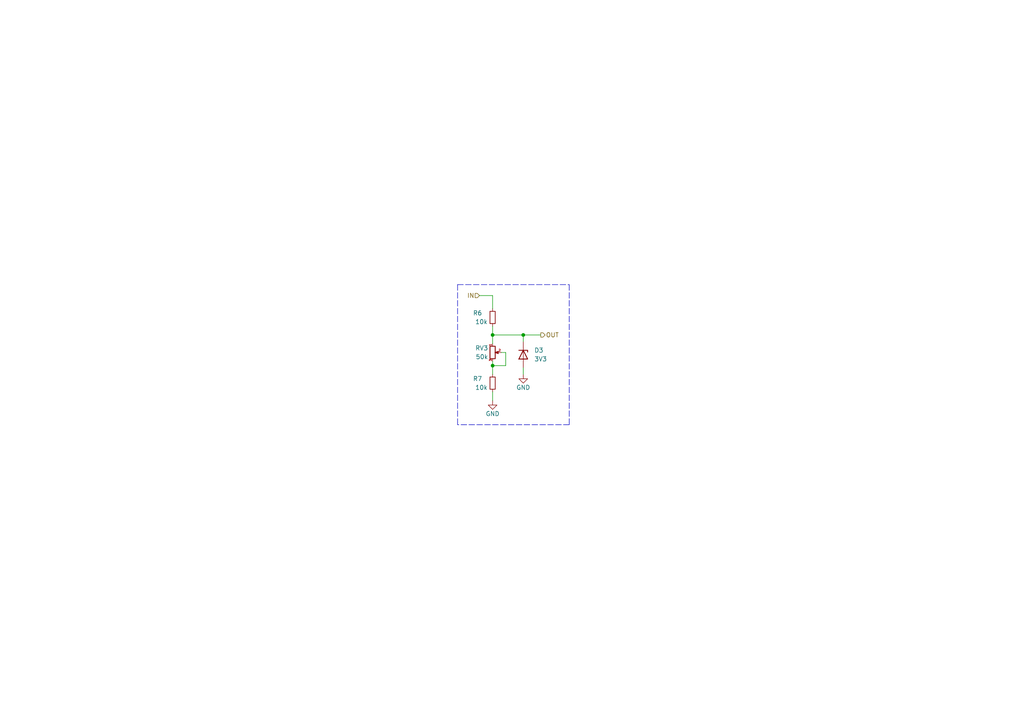
<source format=kicad_sch>
(kicad_sch (version 20211123) (generator eeschema)
  (paper "A4")
  (title_block (title "VCU") (date "2022-11-20") (rev "1.0") (company "SUFST") (comment 1 "STAG 9") (comment 2 "T. Brewis"))
  (lib_symbols
    (symbol "Device:R_Potentiometer_Small" (pin_names (offset 1.016) hide)
      (property "Reference" "RV" (at -4.445 0 90))
      (property "Value" "R_Potentiometer_Small" (at -2.54 0 90))
      (symbol "R_Potentiometer_Small_0_1"
        (polyline (pts (xy 0.889 0) (xy 0.635 0) (xy 1.651 0.381) (xy 1.651 -0.381) (xy 0.635 0) (xy 0.889 0)) (fill (type outline)))
        (rectangle (start 0.762 1.8034) (end -0.762 -1.8034) (stroke (width 0.254)))
      )
      (symbol "R_Potentiometer_Small_1_1"
        (pin passive line (at 0 2.54 270) (length 0.635) (name "1") (number "1"))
        (pin passive line (at 2.54 0 180) (length 0.9906) (name "2") (number "2"))
        (pin passive line (at 0 -2.54 90) (length 0.635) (name "3") (number "3"))
      )
    )
    (symbol "Device:R_Small" (pin_numbers hide) (pin_names (offset 0.254) hide)
      (property "Reference" "R" (at 0.762 0.508 0))
      (property "Value" "R_Small" (at 0.762 -1.016 0))
      (symbol "R_Small_0_1"
        (rectangle (start -0.762 1.778) (end 0.762 -1.778) (stroke (width 0.2032)))
      )
      (symbol "R_Small_1_1"
        (pin passive line (at 0 2.54 270) (length 0.762) (name "~") (number "1"))
        (pin passive line (at 0 -2.54 90) (length 0.762) (name "~") (number "2"))
      )
    )
    (symbol "Diode:BZX84Cxx" (pin_numbers hide) (pin_names hide)
      (property "Reference" "D" (at 0 3.81 0))
      (property "Value" "BZX84Cxx" (at 0 -3.81 0))
      (symbol "BZX84Cxx_0_1"
        (polyline (pts (xy 1.27 0) (xy -1.27 0)))
        (polyline (pts (xy -1.27 -1.27) (xy -1.27 1.27) (xy -0.762 1.27)) (stroke (width 0.254)))
        (polyline (pts (xy 1.27 -1.27) (xy 1.27 1.27) (xy -1.27 0) (xy 1.27 -1.27)) (stroke (width 0.254)))
      )
      (symbol "BZX84Cxx_1_1"
        (pin passive line (at 3.81 0 180) (length 2.54) (name "A") (number "1"))
        (pin no_connect line (at 1.27 0 180) (length 2.54) hide (name "NC") (number "2"))
        (pin passive line (at -3.81 0 0) (length 2.54) (name "K") (number "3"))
      )
    )
    (symbol "power:GND" (power) (pin_names (offset 0))
      (property "Value" "GND" (at 0 -3.81 0))
      (symbol "GND_0_1"
        (polyline (pts (xy 0 0) (xy 0 -1.27) (xy 1.27 -1.27) (xy 0 -2.54) (xy -1.27 -1.27) (xy 0 -1.27)))
      )
      (symbol "GND_1_1"
        (pin power_in line (at 0 0 270) (length 0) hide (name "GND") (number "1"))
      )
    )
  )
  (junction (at 151.765 97.155))
  (junction (at 142.875 106.045))
  (junction (at 142.875 97.155))
  (wire (pts (xy 151.765 97.155) (xy 156.845 97.155)))
  (wire (pts (xy 151.765 108.585) (xy 151.765 106.68)))
  (wire (pts (xy 142.875 106.045) (xy 146.685 106.045)))
  (polyline (pts (xy 165.1 123.19) (xy 132.715 123.19)))
  (wire (pts (xy 151.765 99.06) (xy 151.765 97.155)))
  (wire (pts (xy 142.875 106.045) (xy 142.875 108.585)))
  (wire (pts (xy 142.875 85.725) (xy 142.875 89.535)))
  (polyline (pts (xy 132.715 82.55) (xy 165.1 82.55)))
  (wire (pts (xy 145.415 102.235) (xy 146.685 102.235)))
  (wire (pts (xy 142.875 94.615) (xy 142.875 97.155)))
  (wire (pts (xy 139.065 85.725) (xy 142.875 85.725)))
  (wire (pts (xy 146.685 102.235) (xy 146.685 106.045)))
  (polyline (pts (xy 165.1 82.55) (xy 165.1 123.19)))
  (wire (pts (xy 142.875 104.775) (xy 142.875 106.045)))
  (wire (pts (xy 142.875 97.155) (xy 151.765 97.155)))
  (polyline (pts (xy 132.715 82.55) (xy 132.715 123.19)))
  (wire (pts (xy 142.875 113.665) (xy 142.875 116.205)))
  (wire (pts (xy 142.875 97.155) (xy 142.875 99.695)))
  (hierarchical_label "OUT" (shape output) (at 156.845 97.155 0))
  (hierarchical_label "IN" (shape input) (at 139.065 85.725 180))
  (symbol (lib_id "power:GND") (at 151.765 108.585 0) (unit 1)
    (property "Reference" "#PWR049" (effects hide))
    (property "Value" "GND" (at 151.765 112.395 0))
  )
  (symbol (lib_id "power:GND") (at 142.875 116.205 0) (unit 1)
    (property "Reference" "#PWR048" (effects hide))
    (property "Value" "GND" (at 142.875 120.015 0))
  )
  (symbol (lib_id "Device:R_Potentiometer_Small") (at 142.875 102.235 0) (unit 1)
    (property "Reference" "RV3" (at 141.605 100.965 0) (effects (justify right)))
    (property "Value" "50k" (at 141.605 103.505 0) (effects (justify right)))
    (property "Footprint" "Potentiometer_THT:Potentiometer_Vishay_T73XW_Horizontal" (effects hide))
  )
  (symbol (lib_id "Device:R_Small") (at 142.875 92.075 0) (unit 1)
    (property "Reference" "R6" (at 137.16 90.805 0) (effects (justify left)))
    (property "Value" "10k" (at 137.795 93.345 0) (effects (justify left)))
    (property "Footprint" "Resistor_SMD:R_0603_1608Metric_Pad0.98x0.95mm_HandSolder" (effects hide))
  )
  (symbol (lib_id "Device:R_Small") (at 142.875 111.125 0) (unit 1)
    (property "Reference" "R7" (at 137.16 109.855 0) (effects (justify left)))
    (property "Value" "10k" (at 137.795 112.395 0) (effects (justify left)))
    (property "Footprint" "Resistor_SMD:R_0603_1608Metric_Pad0.98x0.95mm_HandSolder" (effects hide))
  )
  (symbol (lib_id "Diode:BZX84Cxx") (at 151.765 102.87 270) (unit 1)
    (property "Reference" "D3" (at 154.94 101.5999 90) (effects (justify left)))
    (property "Value" "3V3" (at 154.94 104.1399 90) (effects (justify left)))
    (property "Footprint" "Package_TO_SOT_SMD:SOT-23" (effects hide))
    (property "Datasheet" "https://diotec.com/tl_files/diotec/files/pdf/datasheets/bzx84c2v4.pdf" (effects hide))
  )
)
</source>
